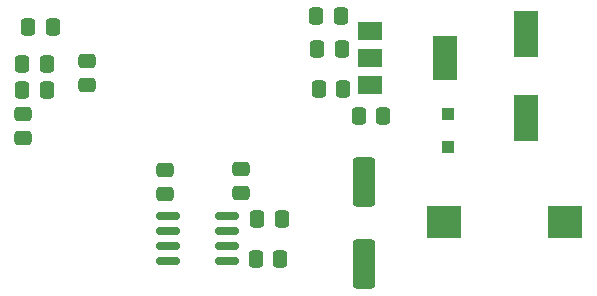
<source format=gbr>
%TF.GenerationSoftware,KiCad,Pcbnew,7.0.7*%
%TF.CreationDate,2024-03-01T11:29:19-05:00*%
%TF.ProjectId,Sh_mas,5368e96d-6173-42e6-9b69-6361645f7063,1.0*%
%TF.SameCoordinates,Original*%
%TF.FileFunction,Paste,Top*%
%TF.FilePolarity,Positive*%
%FSLAX46Y46*%
G04 Gerber Fmt 4.6, Leading zero omitted, Abs format (unit mm)*
G04 Created by KiCad (PCBNEW 7.0.7) date 2024-03-01 11:29:19*
%MOMM*%
%LPD*%
G01*
G04 APERTURE LIST*
G04 Aperture macros list*
%AMRoundRect*
0 Rectangle with rounded corners*
0 $1 Rounding radius*
0 $2 $3 $4 $5 $6 $7 $8 $9 X,Y pos of 4 corners*
0 Add a 4 corners polygon primitive as box body*
4,1,4,$2,$3,$4,$5,$6,$7,$8,$9,$2,$3,0*
0 Add four circle primitives for the rounded corners*
1,1,$1+$1,$2,$3*
1,1,$1+$1,$4,$5*
1,1,$1+$1,$6,$7*
1,1,$1+$1,$8,$9*
0 Add four rect primitives between the rounded corners*
20,1,$1+$1,$2,$3,$4,$5,0*
20,1,$1+$1,$4,$5,$6,$7,0*
20,1,$1+$1,$6,$7,$8,$9,0*
20,1,$1+$1,$8,$9,$2,$3,0*%
G04 Aperture macros list end*
%ADD10RoundRect,0.250000X0.337500X0.475000X-0.337500X0.475000X-0.337500X-0.475000X0.337500X-0.475000X0*%
%ADD11R,3.000000X2.800000*%
%ADD12RoundRect,0.250000X0.700000X-1.825000X0.700000X1.825000X-0.700000X1.825000X-0.700000X-1.825000X0*%
%ADD13R,2.000000X4.000000*%
%ADD14RoundRect,0.250000X0.475000X-0.337500X0.475000X0.337500X-0.475000X0.337500X-0.475000X-0.337500X0*%
%ADD15RoundRect,0.250000X0.300000X-0.300000X0.300000X0.300000X-0.300000X0.300000X-0.300000X-0.300000X0*%
%ADD16RoundRect,0.250000X-0.475000X0.337500X-0.475000X-0.337500X0.475000X-0.337500X0.475000X0.337500X0*%
%ADD17RoundRect,0.250000X-0.337500X-0.475000X0.337500X-0.475000X0.337500X0.475000X-0.337500X0.475000X0*%
%ADD18R,2.000000X1.500000*%
%ADD19R,2.000000X3.800000*%
%ADD20RoundRect,0.150000X-0.825000X-0.150000X0.825000X-0.150000X0.825000X0.150000X-0.825000X0.150000X0*%
G04 APERTURE END LIST*
D10*
%TO.C,C13*%
X104337500Y-64500000D03*
X102262500Y-64500000D03*
%TD*%
D11*
%TO.C,L1*%
X147725000Y-81050000D03*
X137425000Y-81050000D03*
%TD*%
D12*
%TO.C,C14*%
X130675000Y-84625000D03*
X130675000Y-77675000D03*
%TD*%
D13*
%TO.C,C16*%
X144375000Y-65150000D03*
X144375000Y-72250000D03*
%TD*%
D10*
%TO.C,R8*%
X123612500Y-84150000D03*
X121537500Y-84150000D03*
%TD*%
D14*
%TO.C,C12*%
X101800000Y-73937500D03*
X101800000Y-71862500D03*
%TD*%
D10*
%TO.C,R10*%
X103812500Y-67650000D03*
X101737500Y-67650000D03*
%TD*%
D15*
%TO.C,D1*%
X137775000Y-74650000D03*
X137775000Y-71850000D03*
%TD*%
D16*
%TO.C,C10*%
X113875000Y-76612500D03*
X113875000Y-78687500D03*
%TD*%
D10*
%TO.C,R1*%
X128712500Y-63550000D03*
X126637500Y-63550000D03*
%TD*%
%TO.C,R11*%
X103812500Y-69850000D03*
X101737500Y-69850000D03*
%TD*%
D16*
%TO.C,R12*%
X107200000Y-67362500D03*
X107200000Y-69437500D03*
%TD*%
%TO.C,C8*%
X120275000Y-76512500D03*
X120275000Y-78587500D03*
%TD*%
D17*
%TO.C,C4*%
X130237500Y-72050000D03*
X132312500Y-72050000D03*
%TD*%
D18*
%TO.C,U5*%
X131225000Y-64850000D03*
X131225000Y-67150000D03*
D19*
X137525000Y-67150000D03*
D18*
X131225000Y-69450000D03*
%TD*%
D10*
%TO.C,R2*%
X128912500Y-69750000D03*
X126837500Y-69750000D03*
%TD*%
%TO.C,R9*%
X123712500Y-80750000D03*
X121637500Y-80750000D03*
%TD*%
%TO.C,C3*%
X128812500Y-66350000D03*
X126737500Y-66350000D03*
%TD*%
D20*
%TO.C,U2*%
X114100000Y-80545000D03*
X114100000Y-81815000D03*
X114100000Y-83085000D03*
X114100000Y-84355000D03*
X119050000Y-84355000D03*
X119050000Y-83085000D03*
X119050000Y-81815000D03*
X119050000Y-80545000D03*
%TD*%
M02*

</source>
